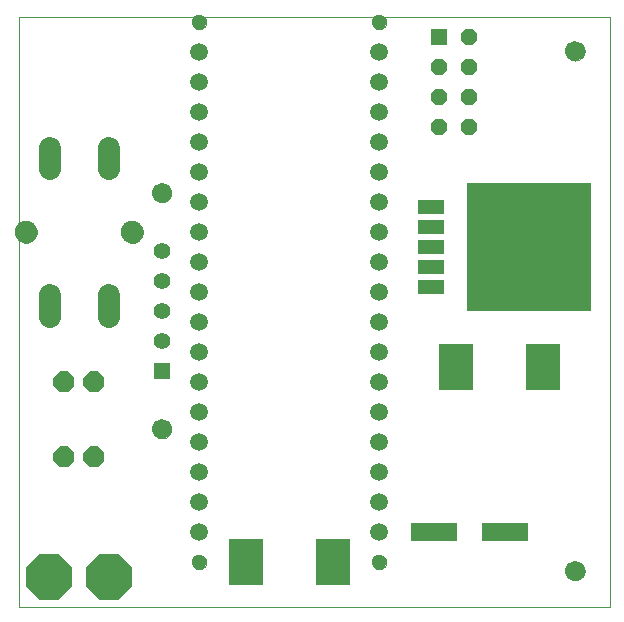
<source format=gbs>
G75*
%MOIN*%
%OFA0B0*%
%FSLAX24Y24*%
%IPPOS*%
%LPD*%
%AMOC8*
5,1,8,0,0,1.08239X$1,22.5*
%
%ADD10C,0.0000*%
%ADD11C,0.0594*%
%ADD12C,0.0512*%
%ADD13R,0.0555X0.0555*%
%ADD14OC8,0.0555*%
%ADD15C,0.0555*%
%ADD16C,0.0670*%
%ADD17OC8,0.0700*%
%ADD18R,0.4138X0.4292*%
%ADD19R,0.0890X0.0460*%
%ADD20R,0.1142X0.1536*%
%ADD21OC8,0.1540*%
%ADD22R,0.1536X0.0591*%
%ADD23C,0.0745*%
%ADD24C,0.0750*%
D10*
X001220Y001220D02*
X001220Y020905D01*
X020905Y020905D01*
X020905Y001220D01*
X001220Y001220D01*
X006984Y002720D02*
X006986Y002750D01*
X006992Y002780D01*
X007001Y002809D01*
X007014Y002836D01*
X007031Y002861D01*
X007050Y002884D01*
X007073Y002905D01*
X007098Y002922D01*
X007124Y002936D01*
X007153Y002946D01*
X007182Y002953D01*
X007212Y002956D01*
X007243Y002955D01*
X007273Y002950D01*
X007302Y002941D01*
X007329Y002929D01*
X007355Y002914D01*
X007379Y002895D01*
X007400Y002873D01*
X007418Y002849D01*
X007433Y002822D01*
X007444Y002794D01*
X007452Y002765D01*
X007456Y002735D01*
X007456Y002705D01*
X007452Y002675D01*
X007444Y002646D01*
X007433Y002618D01*
X007418Y002591D01*
X007400Y002567D01*
X007379Y002545D01*
X007355Y002526D01*
X007329Y002511D01*
X007302Y002499D01*
X007273Y002490D01*
X007243Y002485D01*
X007212Y002484D01*
X007182Y002487D01*
X007153Y002494D01*
X007124Y002504D01*
X007098Y002518D01*
X007073Y002535D01*
X007050Y002556D01*
X007031Y002579D01*
X007014Y002604D01*
X007001Y002631D01*
X006992Y002660D01*
X006986Y002690D01*
X006984Y002720D01*
X005655Y007158D02*
X005657Y007193D01*
X005663Y007228D01*
X005673Y007262D01*
X005686Y007295D01*
X005703Y007326D01*
X005724Y007354D01*
X005747Y007381D01*
X005774Y007404D01*
X005802Y007425D01*
X005833Y007442D01*
X005866Y007455D01*
X005900Y007465D01*
X005935Y007471D01*
X005970Y007473D01*
X006005Y007471D01*
X006040Y007465D01*
X006074Y007455D01*
X006107Y007442D01*
X006138Y007425D01*
X006166Y007404D01*
X006193Y007381D01*
X006216Y007354D01*
X006237Y007326D01*
X006254Y007295D01*
X006267Y007262D01*
X006277Y007228D01*
X006283Y007193D01*
X006285Y007158D01*
X006283Y007123D01*
X006277Y007088D01*
X006267Y007054D01*
X006254Y007021D01*
X006237Y006990D01*
X006216Y006962D01*
X006193Y006935D01*
X006166Y006912D01*
X006138Y006891D01*
X006107Y006874D01*
X006074Y006861D01*
X006040Y006851D01*
X006005Y006845D01*
X005970Y006843D01*
X005935Y006845D01*
X005900Y006851D01*
X005866Y006861D01*
X005833Y006874D01*
X005802Y006891D01*
X005774Y006912D01*
X005747Y006935D01*
X005724Y006962D01*
X005703Y006990D01*
X005686Y007021D01*
X005673Y007054D01*
X005663Y007088D01*
X005657Y007123D01*
X005655Y007158D01*
X012984Y002720D02*
X012986Y002750D01*
X012992Y002780D01*
X013001Y002809D01*
X013014Y002836D01*
X013031Y002861D01*
X013050Y002884D01*
X013073Y002905D01*
X013098Y002922D01*
X013124Y002936D01*
X013153Y002946D01*
X013182Y002953D01*
X013212Y002956D01*
X013243Y002955D01*
X013273Y002950D01*
X013302Y002941D01*
X013329Y002929D01*
X013355Y002914D01*
X013379Y002895D01*
X013400Y002873D01*
X013418Y002849D01*
X013433Y002822D01*
X013444Y002794D01*
X013452Y002765D01*
X013456Y002735D01*
X013456Y002705D01*
X013452Y002675D01*
X013444Y002646D01*
X013433Y002618D01*
X013418Y002591D01*
X013400Y002567D01*
X013379Y002545D01*
X013355Y002526D01*
X013329Y002511D01*
X013302Y002499D01*
X013273Y002490D01*
X013243Y002485D01*
X013212Y002484D01*
X013182Y002487D01*
X013153Y002494D01*
X013124Y002504D01*
X013098Y002518D01*
X013073Y002535D01*
X013050Y002556D01*
X013031Y002579D01*
X013014Y002604D01*
X013001Y002631D01*
X012992Y002660D01*
X012986Y002690D01*
X012984Y002720D01*
X019435Y002434D02*
X019437Y002469D01*
X019443Y002504D01*
X019453Y002538D01*
X019466Y002571D01*
X019483Y002602D01*
X019504Y002630D01*
X019527Y002657D01*
X019554Y002680D01*
X019582Y002701D01*
X019613Y002718D01*
X019646Y002731D01*
X019680Y002741D01*
X019715Y002747D01*
X019750Y002749D01*
X019785Y002747D01*
X019820Y002741D01*
X019854Y002731D01*
X019887Y002718D01*
X019918Y002701D01*
X019946Y002680D01*
X019973Y002657D01*
X019996Y002630D01*
X020017Y002602D01*
X020034Y002571D01*
X020047Y002538D01*
X020057Y002504D01*
X020063Y002469D01*
X020065Y002434D01*
X020063Y002399D01*
X020057Y002364D01*
X020047Y002330D01*
X020034Y002297D01*
X020017Y002266D01*
X019996Y002238D01*
X019973Y002211D01*
X019946Y002188D01*
X019918Y002167D01*
X019887Y002150D01*
X019854Y002137D01*
X019820Y002127D01*
X019785Y002121D01*
X019750Y002119D01*
X019715Y002121D01*
X019680Y002127D01*
X019646Y002137D01*
X019613Y002150D01*
X019582Y002167D01*
X019554Y002188D01*
X019527Y002211D01*
X019504Y002238D01*
X019483Y002266D01*
X019466Y002297D01*
X019453Y002330D01*
X019443Y002364D01*
X019437Y002399D01*
X019435Y002434D01*
X004635Y013720D02*
X004637Y013757D01*
X004643Y013794D01*
X004652Y013830D01*
X004666Y013864D01*
X004683Y013897D01*
X004703Y013929D01*
X004726Y013958D01*
X004752Y013984D01*
X004781Y014007D01*
X004812Y014027D01*
X004846Y014044D01*
X004880Y014058D01*
X004916Y014067D01*
X004953Y014073D01*
X004990Y014075D01*
X005027Y014073D01*
X005064Y014067D01*
X005100Y014058D01*
X005134Y014044D01*
X005167Y014027D01*
X005199Y014007D01*
X005228Y013984D01*
X005254Y013958D01*
X005277Y013929D01*
X005297Y013898D01*
X005314Y013864D01*
X005328Y013830D01*
X005337Y013794D01*
X005343Y013757D01*
X005345Y013720D01*
X005343Y013683D01*
X005337Y013646D01*
X005328Y013610D01*
X005314Y013576D01*
X005297Y013543D01*
X005277Y013511D01*
X005254Y013482D01*
X005228Y013456D01*
X005199Y013433D01*
X005168Y013413D01*
X005134Y013396D01*
X005100Y013382D01*
X005064Y013373D01*
X005027Y013367D01*
X004990Y013365D01*
X004953Y013367D01*
X004916Y013373D01*
X004880Y013382D01*
X004846Y013396D01*
X004813Y013413D01*
X004781Y013433D01*
X004752Y013456D01*
X004726Y013482D01*
X004703Y013511D01*
X004683Y013542D01*
X004666Y013576D01*
X004652Y013610D01*
X004643Y013646D01*
X004637Y013683D01*
X004635Y013720D01*
X005655Y015032D02*
X005657Y015067D01*
X005663Y015102D01*
X005673Y015136D01*
X005686Y015169D01*
X005703Y015200D01*
X005724Y015228D01*
X005747Y015255D01*
X005774Y015278D01*
X005802Y015299D01*
X005833Y015316D01*
X005866Y015329D01*
X005900Y015339D01*
X005935Y015345D01*
X005970Y015347D01*
X006005Y015345D01*
X006040Y015339D01*
X006074Y015329D01*
X006107Y015316D01*
X006138Y015299D01*
X006166Y015278D01*
X006193Y015255D01*
X006216Y015228D01*
X006237Y015200D01*
X006254Y015169D01*
X006267Y015136D01*
X006277Y015102D01*
X006283Y015067D01*
X006285Y015032D01*
X006283Y014997D01*
X006277Y014962D01*
X006267Y014928D01*
X006254Y014895D01*
X006237Y014864D01*
X006216Y014836D01*
X006193Y014809D01*
X006166Y014786D01*
X006138Y014765D01*
X006107Y014748D01*
X006074Y014735D01*
X006040Y014725D01*
X006005Y014719D01*
X005970Y014717D01*
X005935Y014719D01*
X005900Y014725D01*
X005866Y014735D01*
X005833Y014748D01*
X005802Y014765D01*
X005774Y014786D01*
X005747Y014809D01*
X005724Y014836D01*
X005703Y014864D01*
X005686Y014895D01*
X005673Y014928D01*
X005663Y014962D01*
X005657Y014997D01*
X005655Y015032D01*
X001095Y013720D02*
X001097Y013757D01*
X001103Y013794D01*
X001112Y013830D01*
X001126Y013864D01*
X001143Y013897D01*
X001163Y013929D01*
X001186Y013958D01*
X001212Y013984D01*
X001241Y014007D01*
X001272Y014027D01*
X001306Y014044D01*
X001340Y014058D01*
X001376Y014067D01*
X001413Y014073D01*
X001450Y014075D01*
X001487Y014073D01*
X001524Y014067D01*
X001560Y014058D01*
X001594Y014044D01*
X001627Y014027D01*
X001659Y014007D01*
X001688Y013984D01*
X001714Y013958D01*
X001737Y013929D01*
X001757Y013898D01*
X001774Y013864D01*
X001788Y013830D01*
X001797Y013794D01*
X001803Y013757D01*
X001805Y013720D01*
X001803Y013683D01*
X001797Y013646D01*
X001788Y013610D01*
X001774Y013576D01*
X001757Y013543D01*
X001737Y013511D01*
X001714Y013482D01*
X001688Y013456D01*
X001659Y013433D01*
X001628Y013413D01*
X001594Y013396D01*
X001560Y013382D01*
X001524Y013373D01*
X001487Y013367D01*
X001450Y013365D01*
X001413Y013367D01*
X001376Y013373D01*
X001340Y013382D01*
X001306Y013396D01*
X001273Y013413D01*
X001241Y013433D01*
X001212Y013456D01*
X001186Y013482D01*
X001163Y013511D01*
X001143Y013542D01*
X001126Y013576D01*
X001112Y013610D01*
X001103Y013646D01*
X001097Y013683D01*
X001095Y013720D01*
X006984Y020720D02*
X006986Y020750D01*
X006992Y020780D01*
X007001Y020809D01*
X007014Y020836D01*
X007031Y020861D01*
X007050Y020884D01*
X007073Y020905D01*
X007098Y020922D01*
X007124Y020936D01*
X007153Y020946D01*
X007182Y020953D01*
X007212Y020956D01*
X007243Y020955D01*
X007273Y020950D01*
X007302Y020941D01*
X007329Y020929D01*
X007355Y020914D01*
X007379Y020895D01*
X007400Y020873D01*
X007418Y020849D01*
X007433Y020822D01*
X007444Y020794D01*
X007452Y020765D01*
X007456Y020735D01*
X007456Y020705D01*
X007452Y020675D01*
X007444Y020646D01*
X007433Y020618D01*
X007418Y020591D01*
X007400Y020567D01*
X007379Y020545D01*
X007355Y020526D01*
X007329Y020511D01*
X007302Y020499D01*
X007273Y020490D01*
X007243Y020485D01*
X007212Y020484D01*
X007182Y020487D01*
X007153Y020494D01*
X007124Y020504D01*
X007098Y020518D01*
X007073Y020535D01*
X007050Y020556D01*
X007031Y020579D01*
X007014Y020604D01*
X007001Y020631D01*
X006992Y020660D01*
X006986Y020690D01*
X006984Y020720D01*
X012984Y020720D02*
X012986Y020750D01*
X012992Y020780D01*
X013001Y020809D01*
X013014Y020836D01*
X013031Y020861D01*
X013050Y020884D01*
X013073Y020905D01*
X013098Y020922D01*
X013124Y020936D01*
X013153Y020946D01*
X013182Y020953D01*
X013212Y020956D01*
X013243Y020955D01*
X013273Y020950D01*
X013302Y020941D01*
X013329Y020929D01*
X013355Y020914D01*
X013379Y020895D01*
X013400Y020873D01*
X013418Y020849D01*
X013433Y020822D01*
X013444Y020794D01*
X013452Y020765D01*
X013456Y020735D01*
X013456Y020705D01*
X013452Y020675D01*
X013444Y020646D01*
X013433Y020618D01*
X013418Y020591D01*
X013400Y020567D01*
X013379Y020545D01*
X013355Y020526D01*
X013329Y020511D01*
X013302Y020499D01*
X013273Y020490D01*
X013243Y020485D01*
X013212Y020484D01*
X013182Y020487D01*
X013153Y020494D01*
X013124Y020504D01*
X013098Y020518D01*
X013073Y020535D01*
X013050Y020556D01*
X013031Y020579D01*
X013014Y020604D01*
X013001Y020631D01*
X012992Y020660D01*
X012986Y020690D01*
X012984Y020720D01*
X019435Y019756D02*
X019437Y019791D01*
X019443Y019826D01*
X019453Y019860D01*
X019466Y019893D01*
X019483Y019924D01*
X019504Y019952D01*
X019527Y019979D01*
X019554Y020002D01*
X019582Y020023D01*
X019613Y020040D01*
X019646Y020053D01*
X019680Y020063D01*
X019715Y020069D01*
X019750Y020071D01*
X019785Y020069D01*
X019820Y020063D01*
X019854Y020053D01*
X019887Y020040D01*
X019918Y020023D01*
X019946Y020002D01*
X019973Y019979D01*
X019996Y019952D01*
X020017Y019924D01*
X020034Y019893D01*
X020047Y019860D01*
X020057Y019826D01*
X020063Y019791D01*
X020065Y019756D01*
X020063Y019721D01*
X020057Y019686D01*
X020047Y019652D01*
X020034Y019619D01*
X020017Y019588D01*
X019996Y019560D01*
X019973Y019533D01*
X019946Y019510D01*
X019918Y019489D01*
X019887Y019472D01*
X019854Y019459D01*
X019820Y019449D01*
X019785Y019443D01*
X019750Y019441D01*
X019715Y019443D01*
X019680Y019449D01*
X019646Y019459D01*
X019613Y019472D01*
X019582Y019489D01*
X019554Y019510D01*
X019527Y019533D01*
X019504Y019560D01*
X019483Y019588D01*
X019466Y019619D01*
X019453Y019652D01*
X019443Y019686D01*
X019437Y019721D01*
X019435Y019756D01*
D11*
X013220Y019720D03*
X013220Y018720D03*
X013220Y017720D03*
X013220Y016720D03*
X013220Y015720D03*
X013220Y014720D03*
X013220Y013720D03*
X013220Y012720D03*
X013220Y011720D03*
X013220Y010720D03*
X013220Y009720D03*
X013220Y008720D03*
X013220Y007720D03*
X013220Y006720D03*
X013220Y005720D03*
X013220Y004720D03*
X013220Y003720D03*
X007220Y003720D03*
X007220Y004720D03*
X007220Y005720D03*
X007220Y006720D03*
X007220Y007720D03*
X007220Y008720D03*
X007220Y009720D03*
X007220Y010720D03*
X007220Y011720D03*
X007220Y012720D03*
X007220Y013720D03*
X007220Y014720D03*
X007220Y015720D03*
X007220Y016720D03*
X007220Y017720D03*
X007220Y018720D03*
X007220Y019720D03*
D12*
X007220Y020720D03*
X013220Y020720D03*
X013220Y002720D03*
X007220Y002720D03*
D13*
X005970Y009095D03*
X015220Y020220D03*
D14*
X016220Y020220D03*
X016220Y019220D03*
X016220Y018220D03*
X015220Y018220D03*
X015220Y019220D03*
X015220Y017220D03*
X016220Y017220D03*
D15*
X005970Y013095D03*
X005970Y012095D03*
X005970Y011095D03*
X005970Y010095D03*
D16*
X005970Y007158D03*
X005970Y015032D03*
X019750Y019756D03*
X019750Y002434D03*
D17*
X003720Y006220D03*
X002720Y006220D03*
X002720Y008720D03*
X003720Y008720D03*
D18*
X018220Y013220D03*
D19*
X014940Y013220D03*
X014940Y012550D03*
X014940Y011880D03*
X014940Y013890D03*
X014940Y014560D03*
D20*
X015763Y009220D03*
X018677Y009220D03*
X011677Y002720D03*
X008763Y002720D03*
D21*
X004220Y002220D03*
X002220Y002220D03*
D22*
X015039Y003720D03*
X017401Y003720D03*
D23*
X004200Y010908D02*
X004200Y011613D01*
X002240Y011613D02*
X002240Y010908D01*
X002240Y015828D02*
X002240Y016533D01*
X004200Y016533D02*
X004200Y015828D01*
D24*
X004990Y013720D03*
X001450Y013720D03*
M02*

</source>
